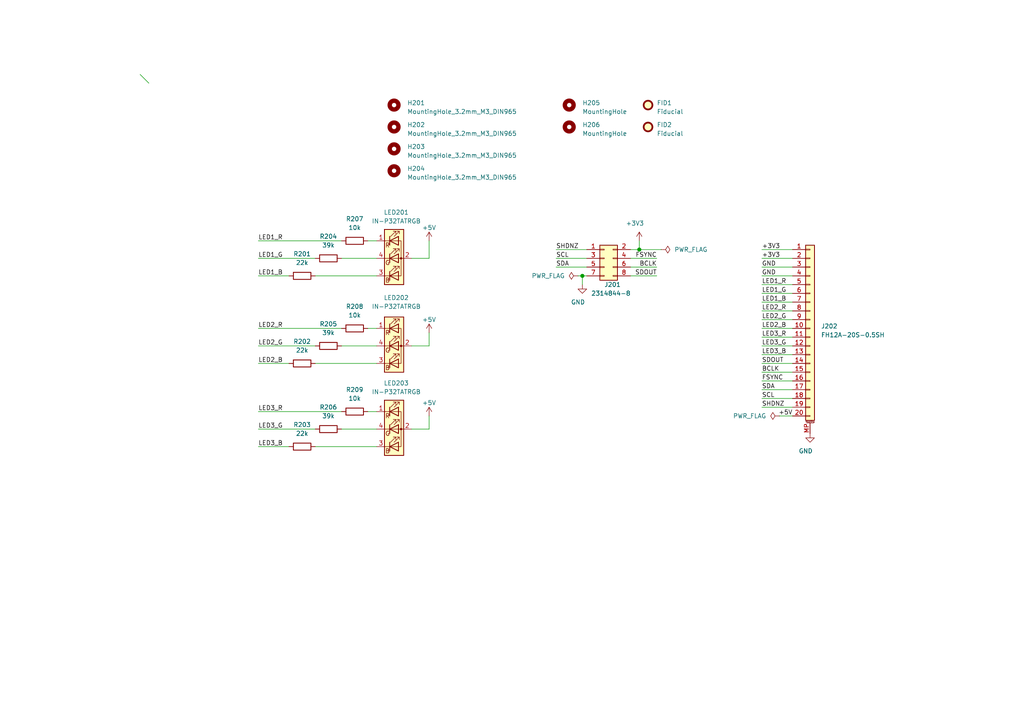
<source format=kicad_sch>
(kicad_sch (version 20221004) (generator eeschema)
  (paper "A4")
  (lib_symbols
    (symbol "Connector_Generic:Conn_02x04_Odd_Even" (pin_names (offset 1.016) hide)
      (property "Reference" "J" (at 1.27 5.08 0))
      (property "Value" "Conn_02x04_Odd_Even" (at 1.27 -7.62 0))
      (symbol "Conn_02x04_Odd_Even_1_1"
        (rectangle (start -1.27 -4.953) (end 0 -5.207) (stroke (width 0.1524)))
        (rectangle (start -1.27 -2.413) (end 0 -2.667) (stroke (width 0.1524)))
        (rectangle (start -1.27 0.127) (end 0 -0.127) (stroke (width 0.1524)))
        (rectangle (start -1.27 2.667) (end 0 2.413) (stroke (width 0.1524)))
        (rectangle (start -1.27 3.81) (end 3.81 -6.35) (stroke (width 0.254)) (fill (type background)))
        (rectangle (start 3.81 -4.953) (end 2.54 -5.207) (stroke (width 0.1524)))
        (rectangle (start 3.81 -2.413) (end 2.54 -2.667) (stroke (width 0.1524)))
        (rectangle (start 3.81 0.127) (end 2.54 -0.127) (stroke (width 0.1524)))
        (rectangle (start 3.81 2.667) (end 2.54 2.413) (stroke (width 0.1524)))
        (pin passive line (at -5.08 2.54 0) (length 3.81) (name "Pin_1") (number "1"))
        (pin passive line (at 7.62 2.54 180) (length 3.81) (name "Pin_2") (number "2"))
        (pin passive line (at -5.08 0 0) (length 3.81) (name "Pin_3") (number "3"))
        (pin passive line (at 7.62 0 180) (length 3.81) (name "Pin_4") (number "4"))
        (pin passive line (at -5.08 -2.54 0) (length 3.81) (name "Pin_5") (number "5"))
        (pin passive line (at 7.62 -2.54 180) (length 3.81) (name "Pin_6") (number "6"))
        (pin passive line (at -5.08 -5.08 0) (length 3.81) (name "Pin_7") (number "7"))
        (pin passive line (at 7.62 -5.08 180) (length 3.81) (name "Pin_8") (number "8"))
      )
    )
    (symbol "Connector_Generic_MountingPin:Conn_01x20_MountingPin" (pin_names (offset 1.016) hide)
      (property "Reference" "J" (at 0 25.4 0))
      (property "Value" "Conn_01x20_MountingPin" (at 1.27 -27.94 0))
      (symbol "Conn_01x20_MountingPin_1_1"
        (rectangle (start -1.27 -25.273) (end 0 -25.527) (stroke (width 0.1524)))
        (rectangle (start -1.27 -22.733) (end 0 -22.987) (stroke (width 0.1524)))
        (rectangle (start -1.27 -20.193) (end 0 -20.447) (stroke (width 0.1524)))
        (rectangle (start -1.27 -17.653) (end 0 -17.907) (stroke (width 0.1524)))
        (rectangle (start -1.27 -15.113) (end 0 -15.367) (stroke (width 0.1524)))
        (rectangle (start -1.27 -12.573) (end 0 -12.827) (stroke (width 0.1524)))
        (rectangle (start -1.27 -10.033) (end 0 -10.287) (stroke (width 0.1524)))
        (rectangle (start -1.27 -7.493) (end 0 -7.747) (stroke (width 0.1524)))
        (rectangle (start -1.27 -4.953) (end 0 -5.207) (stroke (width 0.1524)))
        (rectangle (start -1.27 -2.413) (end 0 -2.667) (stroke (width 0.1524)))
        (rectangle (start -1.27 0.127) (end 0 -0.127) (stroke (width 0.1524)))
        (rectangle (start -1.27 2.667) (end 0 2.413) (stroke (width 0.1524)))
        (rectangle (start -1.27 5.207) (end 0 4.953) (stroke (width 0.1524)))
        (rectangle (start -1.27 7.747) (end 0 7.493) (stroke (width 0.1524)))
        (rectangle (start -1.27 10.287) (end 0 10.033) (stroke (width 0.1524)))
        (rectangle (start -1.27 12.827) (end 0 12.573) (stroke (width 0.1524)))
        (rectangle (start -1.27 15.367) (end 0 15.113) (stroke (width 0.1524)))
        (rectangle (start -1.27 17.907) (end 0 17.653) (stroke (width 0.1524)))
        (rectangle (start -1.27 20.447) (end 0 20.193) (stroke (width 0.1524)))
        (rectangle (start -1.27 22.987) (end 0 22.733) (stroke (width 0.1524)))
        (rectangle (start -1.27 24.13) (end 1.27 -26.67) (stroke (width 0.254)) (fill (type background)))
        (polyline (pts (xy -1.016 -27.432) (xy 1.016 -27.432)) (stroke (width 0.1524)))
        (text "Mounting" (at 0 -27.051 0) (effects (font (size 0.381 0.381))))
        (pin passive line (at -5.08 22.86 0) (length 3.81) (name "Pin_1") (number "1"))
        (pin passive line (at -5.08 0 0) (length 3.81) (name "Pin_10") (number "10"))
        (pin passive line (at -5.08 -2.54 0) (length 3.81) (name "Pin_11") (number "11"))
        (pin passive line (at -5.08 -5.08 0) (length 3.81) (name "Pin_12") (number "12"))
        (pin passive line (at -5.08 -7.62 0) (length 3.81) (name "Pin_13") (number "13"))
        (pin passive line (at -5.08 -10.16 0) (length 3.81) (name "Pin_14") (number "14"))
        (pin passive line (at -5.08 -12.7 0) (length 3.81) (name "Pin_15") (number "15"))
        (pin passive line (at -5.08 -15.24 0) (length 3.81) (name "Pin_16") (number "16"))
        (pin passive line (at -5.08 -17.78 0) (length 3.81) (name "Pin_17") (number "17"))
        (pin passive line (at -5.08 -20.32 0) (length 3.81) (name "Pin_18") (number "18"))
        (pin passive line (at -5.08 -22.86 0) (length 3.81) (name "Pin_19") (number "19"))
        (pin passive line (at -5.08 20.32 0) (length 3.81) (name "Pin_2") (number "2"))
        (pin passive line (at -5.08 -25.4 0) (length 3.81) (name "Pin_20") (number "20"))
        (pin passive line (at -5.08 17.78 0) (length 3.81) (name "Pin_3") (number "3"))
        (pin passive line (at -5.08 15.24 0) (length 3.81) (name "Pin_4") (number "4"))
        (pin passive line (at -5.08 12.7 0) (length 3.81) (name "Pin_5") (number "5"))
        (pin passive line (at -5.08 10.16 0) (length 3.81) (name "Pin_6") (number "6"))
        (pin passive line (at -5.08 7.62 0) (length 3.81) (name "Pin_7") (number "7"))
        (pin passive line (at -5.08 5.08 0) (length 3.81) (name "Pin_8") (number "8"))
        (pin passive line (at -5.08 2.54 0) (length 3.81) (name "Pin_9") (number "9"))
        (pin passive line (at 0 -30.48 90) (length 3.048) (name "MountPin") (number "MP"))
      )
    )
    (symbol "Device:LED_RABG" (pin_names (offset 0) hide)
      (property "Reference" "D" (at 0 9.398 0))
      (property "Value" "LED_RABG" (at 0 -8.89 0))
      (symbol "LED_RABG_0_0"
        (text "B" (at -1.905 -6.35 0) (effects (font (size 1.27 1.27))))
        (text "G" (at -1.905 -1.27 0) (effects (font (size 1.27 1.27))))
        (text "R" (at -1.905 3.81 0) (effects (font (size 1.27 1.27))))
      )
      (symbol "LED_RABG_0_1"
        (polyline (pts (xy -1.27 -5.08) (xy -2.54 -5.08)))
        (polyline (pts (xy -1.27 -5.08) (xy 1.27 -5.08)))
        (polyline (pts (xy -1.27 -3.81) (xy -1.27 -6.35)) (stroke (width 0.254)))
        (polyline (pts (xy -1.27 0) (xy -2.54 0)))
        (polyline (pts (xy -1.27 1.27) (xy -1.27 -1.27)) (stroke (width 0.254)))
        (polyline (pts (xy -1.27 5.08) (xy -2.54 5.08)))
        (polyline (pts (xy -1.27 5.08) (xy 1.27 5.08)))
        (polyline (pts (xy -1.27 6.35) (xy -1.27 3.81)) (stroke (width 0.254)))
        (polyline (pts (xy 1.27 0) (xy -1.27 0)))
        (polyline (pts (xy 1.27 0) (xy 2.54 0)))
        (polyline (pts (xy -1.27 1.27) (xy -1.27 -1.27) (xy -1.27 -1.27)))
        (polyline (pts (xy -1.27 6.35) (xy -1.27 3.81) (xy -1.27 3.81)))
        (polyline (pts (xy 1.27 -5.08) (xy 2.032 -5.08) (xy 2.032 5.08) (xy 1.27 5.08)))
        (polyline (pts (xy 1.27 -3.81) (xy 1.27 -6.35) (xy -1.27 -5.08) (xy 1.27 -3.81)) (stroke (width 0.254)))
        (polyline (pts (xy 1.27 1.27) (xy 1.27 -1.27) (xy -1.27 0) (xy 1.27 1.27)) (stroke (width 0.254)))
        (polyline (pts (xy 1.27 6.35) (xy 1.27 3.81) (xy -1.27 5.08) (xy 1.27 6.35)) (stroke (width 0.254)))
        (polyline (pts (xy -1.016 -3.81) (xy 0.508 -2.286) (xy -0.254 -2.286) (xy 0.508 -2.286) (xy 0.508 -3.048)))
        (polyline (pts (xy -1.016 1.27) (xy 0.508 2.794) (xy -0.254 2.794) (xy 0.508 2.794) (xy 0.508 2.032)))
        (polyline (pts (xy -1.016 6.35) (xy 0.508 7.874) (xy -0.254 7.874) (xy 0.508 7.874) (xy 0.508 7.112)))
        (polyline (pts (xy 0 -3.81) (xy 1.524 -2.286) (xy 0.762 -2.286) (xy 1.524 -2.286) (xy 1.524 -3.048)))
        (polyline (pts (xy 0 1.27) (xy 1.524 2.794) (xy 0.762 2.794) (xy 1.524 2.794) (xy 1.524 2.032)))
        (polyline (pts (xy 0 6.35) (xy 1.524 7.874) (xy 0.762 7.874) (xy 1.524 7.874) (xy 1.524 7.112)))
        (rectangle (start 1.27 -1.27) (end 1.27 1.27))
        (rectangle (start 1.27 1.27) (end 1.27 1.27))
        (rectangle (start 1.27 3.81) (end 1.27 6.35))
        (rectangle (start 1.27 6.35) (end 1.27 6.35))
        (circle (center 2.032 0) (radius 0.254) (fill (type outline)))
        (rectangle (start 2.794 8.382) (end -2.794 -7.62) (stroke (width 0.254)) (fill (type background)))
      )
      (symbol "LED_RABG_1_1"
        (pin passive line (at -5.08 5.08 0) (length 2.54) (name "RK") (number "1"))
        (pin passive line (at 5.08 0 180) (length 2.54) (name "A") (number "2"))
        (pin passive line (at -5.08 -5.08 0) (length 2.54) (name "BK") (number "3"))
        (pin passive line (at -5.08 0 0) (length 2.54) (name "GK") (number "4"))
      )
    )
    (symbol "Device:R" (pin_numbers hide) (pin_names (offset 0))
      (property "Reference" "R" (at 2.032 0 90))
      (property "Value" "R" (at 0 0 90))
      (symbol "R_0_1"
        (rectangle (start -1.016 -2.54) (end 1.016 2.54) (stroke (width 0.254)))
      )
      (symbol "R_1_1"
        (pin passive line (at 0 3.81 270) (length 1.27) (name "~") (number "1"))
        (pin passive line (at 0 -3.81 90) (length 1.27) (name "~") (number "2"))
      )
    )
    (symbol "Mechanical:Fiducial"
      (property "Reference" "FID" (at 0 5.08 0))
      (property "Value" "Fiducial" (at 0 3.175 0))
      (symbol "Fiducial_0_1"
        (circle (center 0 0) (radius 1.27) (stroke (width 0.508)) (fill (type background)))
      )
    )
    (symbol "Mechanical:MountingHole" (pin_names (offset 1.016))
      (property "Reference" "H" (at 0 5.08 0))
      (property "Value" "MountingHole" (at 0 3.175 0))
      (symbol "MountingHole_0_1"
        (circle (center 0 0) (radius 1.27) (stroke (width 1.27)))
      )
    )
    (symbol "power:+3V3" (power) (pin_names (offset 0))
      (property "Value" "+3V3" (at 0 3.556 0))
      (symbol "+3V3_0_1"
        (polyline (pts (xy -0.762 1.27) (xy 0 2.54)))
        (polyline (pts (xy 0 0) (xy 0 2.54)))
        (polyline (pts (xy 0 2.54) (xy 0.762 1.27)))
      )
      (symbol "+3V3_1_1"
        (pin power_in line (at 0 0 90) (length 0) hide (name "+3V3") (number "1"))
      )
    )
    (symbol "power:+5V" (power) (pin_names (offset 0))
      (property "Value" "+5V" (at 0 3.556 0))
      (symbol "+5V_0_1"
        (polyline (pts (xy -0.762 1.27) (xy 0 2.54)))
        (polyline (pts (xy 0 0) (xy 0 2.54)))
        (polyline (pts (xy 0 2.54) (xy 0.762 1.27)))
      )
      (symbol "+5V_1_1"
        (pin power_in line (at 0 0 90) (length 0) hide (name "+5V") (number "1"))
      )
    )
    (symbol "power:GND" (power) (pin_names (offset 0))
      (property "Value" "GND" (at 0 -3.81 0))
      (symbol "GND_0_1"
        (polyline (pts (xy 0 0) (xy 0 -1.27) (xy 1.27 -1.27) (xy 0 -2.54) (xy -1.27 -1.27) (xy 0 -1.27)))
      )
      (symbol "GND_1_1"
        (pin power_in line (at 0 0 270) (length 0) hide (name "GND") (number "1"))
      )
    )
    (symbol "power:PWR_FLAG" (power) (pin_numbers hide) (pin_names (offset 0) hide)
      (property "Value" "PWR_FLAG" (at 0 3.81 0))
      (symbol "PWR_FLAG_0_0"
        (pin power_out line (at 0 0 90) (length 0) (name "pwr") (number "1"))
      )
      (symbol "PWR_FLAG_0_1"
        (polyline (pts (xy 0 0) (xy 0 1.27) (xy -1.016 1.905) (xy 0 2.54) (xy 1.016 1.905) (xy 0 1.27)))
      )
    )
  )
  (junction (at 168.91 80.01) (diameter 1.016))
  (junction (at 185.42 72.39) (diameter 1.016))
  (bus_entry (at 40.64 21.59) (size 2.54 2.54))
  (wire (pts (xy 119.38 124.46) (xy 124.46 124.46)))
  (wire (pts (xy 190.5 77.47) (xy 182.88 77.47)))
  (wire (pts (xy 74.93 119.38) (xy 99.06 119.38)))
  (wire (pts (xy 99.06 100.33) (xy 109.22 100.33)))
  (wire (pts (xy 170.18 80.01) (xy 168.91 80.01)))
  (wire (pts (xy 74.93 69.85) (xy 99.06 69.85)))
  (wire (pts (xy 220.98 118.11) (xy 229.87 118.11)))
  (wire (pts (xy 220.98 110.49) (xy 229.87 110.49)))
  (wire (pts (xy 220.98 115.57) (xy 229.87 115.57)))
  (wire (pts (xy 106.68 119.38) (xy 109.22 119.38)))
  (wire (pts (xy 91.44 80.01) (xy 109.22 80.01)))
  (wire (pts (xy 220.98 90.17) (xy 229.87 90.17)))
  (wire (pts (xy 74.93 95.25) (xy 99.06 95.25)))
  (wire (pts (xy 91.44 105.41) (xy 109.22 105.41)))
  (wire (pts (xy 220.98 77.47) (xy 229.87 77.47)))
  (wire (pts (xy 170.18 74.93) (xy 161.29 74.93)))
  (wire (pts (xy 220.98 100.33) (xy 229.87 100.33)))
  (wire (pts (xy 220.98 87.63) (xy 229.87 87.63)))
  (wire (pts (xy 220.98 85.09) (xy 229.87 85.09)))
  (wire (pts (xy 220.98 72.39) (xy 229.87 72.39)))
  (wire (pts (xy 190.5 74.93) (xy 182.88 74.93)))
  (wire (pts (xy 220.98 80.01) (xy 229.87 80.01)))
  (wire (pts (xy 220.98 105.41) (xy 229.87 105.41)))
  (wire (pts (xy 74.93 80.01) (xy 83.82 80.01)))
  (wire (pts (xy 91.44 129.54) (xy 109.22 129.54)))
  (wire (pts (xy 124.46 69.85) (xy 124.46 74.93)))
  (wire (pts (xy 220.98 92.71) (xy 229.87 92.71)))
  (wire (pts (xy 99.06 124.46) (xy 109.22 124.46)))
  (wire (pts (xy 74.93 129.54) (xy 83.82 129.54)))
  (wire (pts (xy 74.93 105.41) (xy 83.82 105.41)))
  (wire (pts (xy 106.68 95.25) (xy 109.22 95.25)))
  (wire (pts (xy 226.06 120.65) (xy 229.87 120.65)))
  (wire (pts (xy 220.98 74.93) (xy 229.87 74.93)))
  (wire (pts (xy 74.93 124.46) (xy 91.44 124.46)))
  (wire (pts (xy 190.5 80.01) (xy 182.88 80.01)))
  (wire (pts (xy 170.18 77.47) (xy 161.29 77.47)))
  (wire (pts (xy 220.98 107.95) (xy 229.87 107.95)))
  (wire (pts (xy 220.98 102.87) (xy 229.87 102.87)))
  (wire (pts (xy 168.91 80.01) (xy 168.91 82.55)))
  (wire (pts (xy 124.46 124.46) (xy 124.46 120.65)))
  (wire (pts (xy 185.42 69.85) (xy 185.42 72.39)))
  (wire (pts (xy 119.38 100.33) (xy 124.46 100.33)))
  (wire (pts (xy 74.93 74.93) (xy 91.44 74.93)))
  (wire (pts (xy 191.77 72.39) (xy 185.42 72.39)))
  (wire (pts (xy 220.98 97.79) (xy 229.87 97.79)))
  (wire (pts (xy 220.98 95.25) (xy 229.87 95.25)))
  (wire (pts (xy 124.46 100.33) (xy 124.46 96.52)))
  (wire (pts (xy 74.93 100.33) (xy 91.44 100.33)))
  (wire (pts (xy 185.42 72.39) (xy 182.88 72.39)))
  (wire (pts (xy 168.91 80.01) (xy 167.64 80.01)))
  (wire (pts (xy 106.68 69.85) (xy 109.22 69.85)))
  (wire (pts (xy 220.98 113.03) (xy 229.87 113.03)))
  (wire (pts (xy 119.38 74.93) (xy 124.46 74.93)))
  (wire (pts (xy 170.18 72.39) (xy 161.29 72.39)))
  (wire (pts (xy 99.06 74.93) (xy 109.22 74.93)))
  (wire (pts (xy 220.98 82.55) (xy 229.87 82.55)))
  (label "+3V3" (at 220.98 74.93 0))
  (label "BCLK" (at 190.5 77.47 180))
  (label "SDA" (at 220.98 113.03 0))
  (label "SDOUT" (at 220.98 105.41 0))
  (label "GND" (at 220.98 80.01 0))
  (label "LED1_B" (at 74.93 80.01 0))
  (label "LED1_G" (at 74.93 74.93 0))
  (label "LED2_B" (at 74.93 105.41 0))
  (label "SHDNZ" (at 220.98 118.11 0))
  (label "LED3_B" (at 220.98 102.87 0))
  (label "GND" (at 220.98 77.47 0))
  (label "SCL" (at 161.29 74.93 0))
  (label "LED3_B" (at 74.93 129.54 0))
  (label "SCL" (at 220.98 115.57 0))
  (label "+3V3" (at 220.98 72.39 0))
  (label "LED1_B" (at 220.98 87.63 0))
  (label "SDOUT" (at 190.5 80.01 180))
  (label "LED3_R" (at 220.98 97.79 0))
  (label "LED2_G" (at 74.93 100.33 0))
  (label "BCLK" (at 220.98 107.95 0))
  (label "LED1_G" (at 220.98 85.09 0))
  (label "LED1_R" (at 220.98 82.55 0))
  (label "LED1_R" (at 74.93 69.85 0))
  (label "LED2_B" (at 220.98 95.25 0))
  (label "+5V" (at 229.87 120.65 180))
  (label "LED2_G" (at 220.98 92.71 0))
  (label "FSYNC" (at 190.5 74.93 180))
  (label "LED3_G" (at 74.93 124.46 0))
  (label "LED3_G" (at 220.98 100.33 0))
  (label "LED2_R" (at 220.98 90.17 0))
  (label "SHDNZ" (at 161.29 72.39 0))
  (label "SDA" (at 161.29 77.47 0))
  (label "LED3_R" (at 74.93 119.38 0))
  (label "LED2_R" (at 74.93 95.25 0))
  (label "FSYNC" (at 220.98 110.49 0))
  (symbol (lib_id "Device:LED_RABG") (at 114.3 124.46 0) (unit 1)
    (property "Reference" "LED203" (at 114.935 111.125 0))
    (property "Value" "IN-P32TATRGB" (at 114.935 113.665 0))
    (property "Footprint" "LED_SMD:LED_Avago_PLCC4_3.2x2.8mm_CW" (effects hide))
  )
  (symbol (lib_id "Device:LED_RABG") (at 114.3 100.33 0) (unit 1)
    (property "Reference" "LED202" (at 114.935 86.36 0))
    (property "Value" "IN-P32TATRGB" (at 114.935 88.9 0))
    (property "Footprint" "LED_SMD:LED_Avago_PLCC4_3.2x2.8mm_CW" (effects hide))
  )
  (symbol (lib_id "power:+5V") (at 124.46 96.52 0) (unit 1)
    (property "Reference" "#PWR0102" (effects hide))
    (property "Value" "+5V" (at 124.46 92.71 0))
  )
  (symbol (lib_id "Mechanical:MountingHole") (at 165.1 36.83 0) (unit 1)
    (property "Reference" "H206" (at 168.91 36.1949 0) (effects (justify left)))
    (property "Value" "MountingHole" (at 168.91 38.7349 0) (effects (justify left)))
    (property "Footprint" "jeffmakes-footprints:MountingHole_2.0mm" (effects hide))
  )
  (symbol (lib_id "Mechanical:MountingHole") (at 114.3 30.48 0) (unit 1)
    (property "Reference" "H201" (at 118.11 29.8449 0) (effects (justify left)))
    (property "Value" "MountingHole_3.2mm_M3_DIN965" (at 118.11 32.3849 0) (effects (justify left)))
    (property "Footprint" "jeffmakes-footprints:MountingHole_3.2mm_M3_DIN965_no_soldermask" (effects hide))
  )
  (symbol (lib_id "Mechanical:MountingHole") (at 114.3 36.83 0) (unit 1)
    (property "Reference" "H202" (at 118.11 36.1949 0) (effects (justify left)))
    (property "Value" "MountingHole_3.2mm_M3_DIN965" (at 118.11 38.7349 0) (effects (justify left)))
    (property "Footprint" "jeffmakes-footprints:MountingHole_3.2mm_M3_DIN965_no_soldermask" (effects hide))
  )
  (symbol (lib_id "power:PWR_FLAG") (at 191.77 72.39 270) (unit 1)
    (property "Reference" "#FLG0101" (effects hide))
    (property "Value" "PWR_FLAG" (at 195.58 72.39 90) (effects (justify left)))
  )
  (symbol (lib_id "Mechanical:MountingHole") (at 114.3 49.53 0) (unit 1)
    (property "Reference" "H204" (at 118.11 48.8949 0) (effects (justify left)))
    (property "Value" "MountingHole_3.2mm_M3_DIN965" (at 118.11 51.4349 0) (effects (justify left)))
    (property "Footprint" "jeffmakes-footprints:MountingHole_3.2mm_M3_DIN965_no_soldermask" (effects hide))
  )
  (symbol (lib_id "Device:R") (at 102.87 69.85 90) (unit 1)
    (property "Reference" "R207" (at 102.87 63.5 90))
    (property "Value" "10k" (at 102.87 66.04 90))
    (property "Footprint" "Resistor_SMD:R_0603_1608Metric" (effects hide))
  )
  (symbol (lib_id "power:PWR_FLAG") (at 226.06 120.65 90) (unit 1)
    (property "Reference" "#FLG0103" (effects hide))
    (property "Value" "PWR_FLAG" (at 222.25 120.65 90) (effects (justify left)))
  )
  (symbol (lib_id "Mechanical:Fiducial") (at 187.96 36.83 0) (unit 1)
    (property "Reference" "FID2" (at 190.5 36.1949 0) (effects (justify left)))
    (property "Value" "Fiducial" (at 190.5 38.7349 0) (effects (justify left)))
    (property "Footprint" "Fiducial:Fiducial_1mm_Mask2mm" (effects hide))
  )
  (symbol (lib_id "power:PWR_FLAG") (at 167.64 80.01 90) (mirror x) (unit 1)
    (property "Reference" "#FLG0102" (effects hide))
    (property "Value" "PWR_FLAG" (at 163.83 80.01 90) (effects (justify left)))
  )
  (symbol (lib_id "Device:R") (at 87.63 105.41 90) (unit 1)
    (property "Reference" "R202" (at 87.63 99.06 90))
    (property "Value" "22k" (at 87.63 101.6 90))
    (property "Footprint" "Resistor_SMD:R_0603_1608Metric" (effects hide))
  )
  (symbol (lib_id "power:GND") (at 234.95 125.73 0) (mirror y) (unit 1)
    (property "Reference" "#PWR0106" (effects hide))
    (property "Value" "GND" (at 233.68 130.81 0))
  )
  (symbol (lib_id "Device:R") (at 87.63 129.54 90) (unit 1)
    (property "Reference" "R203" (at 87.63 123.19 90))
    (property "Value" "22k" (at 87.63 125.73 90))
    (property "Footprint" "Resistor_SMD:R_0603_1608Metric" (effects hide))
  )
  (symbol (lib_id "power:GND") (at 168.91 82.55 0) (mirror y) (unit 1)
    (property "Reference" "#PWR0104" (effects hide))
    (property "Value" "GND" (at 167.64 87.63 0))
  )
  (symbol (lib_id "Device:R") (at 102.87 119.38 90) (unit 1)
    (property "Reference" "R209" (at 102.87 113.03 90))
    (property "Value" "10k" (at 102.87 115.57 90))
    (property "Footprint" "Resistor_SMD:R_0603_1608Metric" (effects hide))
  )
  (symbol (lib_id "Mechanical:MountingHole") (at 114.3 43.18 0) (unit 1)
    (property "Reference" "H203" (at 118.11 42.5449 0) (effects (justify left)))
    (property "Value" "MountingHole_3.2mm_M3_DIN965" (at 118.11 45.0849 0) (effects (justify left)))
    (property "Footprint" "jeffmakes-footprints:MountingHole_3.2mm_M3_DIN965_no_soldermask" (effects hide))
  )
  (symbol (lib_id "power:+5V") (at 124.46 69.85 0) (unit 1)
    (property "Reference" "#PWR0101" (effects hide))
    (property "Value" "+5V" (at 124.46 66.04 0))
  )
  (symbol (lib_id "power:+5V") (at 124.46 120.65 0) (unit 1)
    (property "Reference" "#PWR0103" (effects hide))
    (property "Value" "+5V" (at 124.46 116.84 0))
  )
  (symbol (lib_id "Device:R") (at 95.25 100.33 90) (unit 1)
    (property "Reference" "R205" (at 95.25 93.98 90))
    (property "Value" "39k" (at 95.25 96.52 90))
    (property "Footprint" "Resistor_SMD:R_0603_1608Metric" (effects hide))
  )
  (symbol (lib_id "Device:R") (at 102.87 95.25 90) (unit 1)
    (property "Reference" "R208" (at 102.87 88.9 90))
    (property "Value" "10k" (at 102.87 91.44 90))
    (property "Footprint" "Resistor_SMD:R_0603_1608Metric" (effects hide))
  )
  (symbol (lib_id "Mechanical:MountingHole") (at 165.1 30.48 0) (unit 1)
    (property "Reference" "H205" (at 168.91 29.8449 0) (effects (justify left)))
    (property "Value" "MountingHole" (at 168.91 32.3849 0) (effects (justify left)))
    (property "Footprint" "jeffmakes-footprints:MountingHole_2.0mm" (effects hide))
  )
  (symbol (lib_id "Mechanical:Fiducial") (at 187.96 30.48 0) (unit 1)
    (property "Reference" "FID1" (at 190.5 29.8449 0) (effects (justify left)))
    (property "Value" "Fiducial" (at 190.5 32.3849 0) (effects (justify left)))
    (property "Footprint" "Fiducial:Fiducial_1mm_Mask2mm" (effects hide))
  )
  (symbol (lib_id "Device:R") (at 95.25 74.93 90) (unit 1)
    (property "Reference" "R204" (at 95.25 68.58 90))
    (property "Value" "39k" (at 95.25 71.12 90))
    (property "Footprint" "Resistor_SMD:R_0603_1608Metric" (effects hide))
  )
  (symbol (lib_id "Device:R") (at 95.25 124.46 90) (unit 1)
    (property "Reference" "R206" (at 95.25 118.11 90))
    (property "Value" "39k" (at 95.25 120.65 90))
    (property "Footprint" "Resistor_SMD:R_0603_1608Metric" (effects hide))
  )
  (symbol (lib_id "power:+3V3") (at 185.42 69.85 0) (mirror y) (unit 1)
    (property "Reference" "#PWR0105" (effects hide))
    (property "Value" "+3V3" (at 184.15 64.77 0))
  )
  (symbol (lib_id "Device:R") (at 87.63 80.01 90) (unit 1)
    (property "Reference" "R201" (at 87.63 73.66 90))
    (property "Value" "22k" (at 87.63 76.2 90))
    (property "Footprint" "Resistor_SMD:R_0603_1608Metric" (effects hide))
  )
  (symbol (lib_id "Connector_Generic_MountingPin:Conn_01x20_MountingPin") (at 234.95 95.25 0) (unit 1)
    (property "Reference" "J202" (at 238.125 94.615 0) (effects (justify left)))
    (property "Value" "FH12A-20S-0.5SH" (at 238.125 97.155 0) (effects (justify left)))
    (property "Footprint" "Connector_FFC-FPC:Hirose_FH12-20S-0.5SH_1x20-1MP_P0.50mm_Horizontal" (effects hide))
  )
  (symbol (lib_id "Connector_Generic:Conn_02x04_Odd_Even") (at 175.26 74.93 0) (unit 1)
    (property "Reference" "J201" (at 175.26 82.55 0) (effects (justify left)))
    (property "Value" "2314844-8" (at 171.45 85.09 0) (effects (justify left)))
    (property "Footprint" "jeffmakes-footprints:PinSocket_2x04_P2.00mm_Vertical_SMD_Bottom_or_Top_Entry_AMPMODU" (effects hide))
  )
  (symbol (lib_id "Device:LED_RABG") (at 114.3 74.93 0) (unit 1)
    (property "Reference" "LED201" (at 114.935 61.595 0))
    (property "Value" "IN-P32TATRGB" (at 114.935 64.135 0))
    (property "Footprint" "LED_SMD:LED_Avago_PLCC4_3.2x2.8mm_CW" (effects hide))
  )
)
</source>
